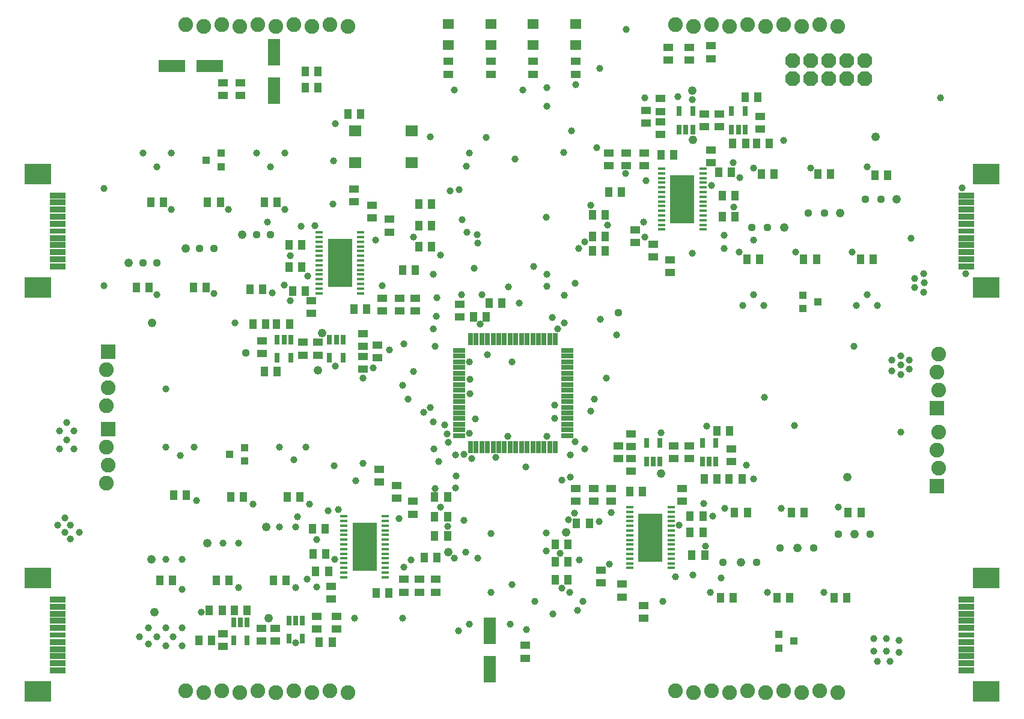
<source format=gts>
G75*
G70*
%OFA0B0*%
%FSLAX24Y24*%
%IPPOS*%
%LPD*%
%AMOC8*
5,1,8,0,0,1.08239X$1,22.5*
%
%ADD10C,0.0820*%
%ADD11R,0.0552X0.0395*%
%ADD12R,0.0395X0.0178*%
%ADD13R,0.1340X0.2678*%
%ADD14R,0.0395X0.0552*%
%ADD15R,0.0660X0.0280*%
%ADD16R,0.0280X0.0660*%
%ADD17R,0.0631X0.0552*%
%ADD18R,0.0710X0.1458*%
%ADD19OC8,0.0820*%
%ADD20R,0.0297X0.0552*%
%ADD21R,0.0820X0.0820*%
%ADD22R,0.0867X0.0320*%
%ADD23R,0.0867X0.0316*%
%ADD24R,0.1497X0.1135*%
%ADD25C,0.0477*%
%ADD26R,0.0434X0.0395*%
%ADD27R,0.0690X0.0592*%
%ADD28R,0.1458X0.0710*%
%ADD29C,0.0390*%
%ADD30C,0.0440*%
D10*
X043901Y013117D03*
X044001Y014117D03*
X043901Y015117D03*
X043901Y017448D03*
X044001Y018448D03*
X043901Y019448D03*
X048282Y001600D03*
X049282Y001500D03*
X050282Y001600D03*
X051282Y001500D03*
X052282Y001600D03*
X053282Y001500D03*
X054282Y001600D03*
X055282Y001500D03*
X056282Y001600D03*
X057282Y001500D03*
X075448Y001600D03*
X076448Y001500D03*
X077448Y001600D03*
X078448Y001500D03*
X079448Y001600D03*
X080448Y001500D03*
X081448Y001600D03*
X082448Y001500D03*
X083448Y001600D03*
X084448Y001500D03*
X090064Y013967D03*
X089964Y014967D03*
X090064Y015967D03*
X090064Y018298D03*
X089964Y019298D03*
X090064Y020298D03*
X084448Y038508D03*
X083448Y038608D03*
X082448Y038508D03*
X081448Y038608D03*
X080448Y038508D03*
X079448Y038608D03*
X078448Y038508D03*
X077448Y038608D03*
X076448Y038508D03*
X075448Y038608D03*
X057282Y038508D03*
X056282Y038608D03*
X055282Y038508D03*
X054282Y038608D03*
X053282Y038508D03*
X052282Y038608D03*
X051282Y038508D03*
X050282Y038608D03*
X049282Y038508D03*
X048282Y038608D03*
D11*
X050349Y035369D03*
X051333Y035369D03*
X051333Y034660D03*
X050349Y034660D03*
X062849Y035841D03*
X062849Y036550D03*
X065211Y036550D03*
X065211Y035841D03*
X067573Y035841D03*
X067573Y036550D03*
X069936Y036550D03*
X069936Y035841D03*
X074611Y034483D03*
X074611Y033774D03*
X073823Y033843D03*
X073823Y033135D03*
X074611Y033204D03*
X074611Y032495D03*
X073725Y031481D03*
X072741Y031481D03*
X071757Y031481D03*
X071757Y030772D03*
X072741Y030772D03*
X073725Y030772D03*
X077416Y030920D03*
X077416Y031629D03*
X080172Y032790D03*
X080172Y033499D03*
X077908Y033646D03*
X077072Y033646D03*
X077072Y032938D03*
X077908Y032938D03*
X077416Y036707D03*
X076235Y036629D03*
X075054Y036629D03*
X075054Y037337D03*
X076235Y037337D03*
X077416Y037416D03*
X057633Y029463D03*
X057633Y028755D03*
X058617Y028578D03*
X058617Y027869D03*
X059601Y027790D03*
X059601Y027081D03*
X059207Y023410D03*
X060142Y023410D03*
X061028Y023410D03*
X061028Y022702D03*
X060142Y022702D03*
X059207Y022702D03*
X058125Y021442D03*
X058125Y020733D03*
X058125Y020162D03*
X058912Y020093D03*
X058912Y020802D03*
X058125Y019454D03*
X055615Y020241D03*
X054778Y020241D03*
X054778Y020950D03*
X055615Y020950D03*
X052514Y021048D03*
X052514Y020339D03*
X055270Y022554D03*
X055270Y023263D03*
X063489Y023066D03*
X063489Y022357D03*
X073233Y026491D03*
X073233Y027200D03*
X074217Y026412D03*
X074217Y025704D03*
X075152Y025526D03*
X075152Y024818D03*
X072987Y015881D03*
X072987Y015172D03*
X072987Y014503D03*
X072298Y014483D03*
X072298Y015192D03*
X072987Y013794D03*
X071904Y012830D03*
X070920Y012830D03*
X069936Y012830D03*
X069936Y012121D03*
X070920Y012121D03*
X071904Y012121D03*
X075841Y012121D03*
X075841Y012830D03*
X078548Y014335D03*
X078548Y015044D03*
X076235Y015192D03*
X076235Y014483D03*
X075349Y014483D03*
X075349Y015192D03*
X060881Y012121D03*
X059995Y012298D03*
X059995Y013007D03*
X059010Y013184D03*
X059010Y013893D03*
X060881Y011412D03*
X061274Y007790D03*
X060388Y007790D03*
X060388Y007081D03*
X061274Y007081D03*
X062160Y007081D03*
X062160Y007790D03*
X056353Y007396D03*
X056353Y006688D03*
X056648Y005743D03*
X055566Y005743D03*
X055566Y005034D03*
X056648Y005034D03*
X053243Y005074D03*
X052495Y005074D03*
X052495Y004365D03*
X053243Y004365D03*
X050349Y004050D03*
X050349Y004759D03*
X067131Y004119D03*
X067131Y003410D03*
X073676Y005625D03*
X073676Y006333D03*
X072495Y006806D03*
X072495Y007515D03*
X071314Y007593D03*
X071314Y008302D03*
D12*
X072920Y008421D03*
X072920Y008681D03*
X072920Y008941D03*
X072920Y009201D03*
X072920Y009461D03*
X072920Y009721D03*
X072920Y009981D03*
X072917Y010241D03*
X072920Y010501D03*
X072920Y010761D03*
X072920Y011021D03*
X072920Y011281D03*
X072920Y011541D03*
X072920Y011801D03*
X075220Y011801D03*
X075220Y011541D03*
X075220Y011281D03*
X075220Y011021D03*
X075220Y010761D03*
X075220Y010501D03*
X075222Y010241D03*
X075220Y009981D03*
X075220Y009721D03*
X075220Y009461D03*
X075220Y009201D03*
X075220Y008941D03*
X075220Y008681D03*
X075220Y008421D03*
X059373Y008433D03*
X059373Y008173D03*
X059373Y007913D03*
X059373Y008693D03*
X059373Y008953D03*
X059373Y009213D03*
X059375Y009473D03*
X059373Y009733D03*
X059373Y009993D03*
X059373Y010253D03*
X059373Y010513D03*
X059373Y010773D03*
X059373Y011033D03*
X059373Y011293D03*
X057073Y011293D03*
X057073Y011033D03*
X057073Y010773D03*
X057073Y010513D03*
X057073Y010253D03*
X057073Y009993D03*
X057073Y009733D03*
X057071Y009473D03*
X057073Y009213D03*
X057073Y008953D03*
X057073Y008693D03*
X057073Y008433D03*
X057073Y008173D03*
X057073Y007913D03*
X057995Y023681D03*
X057995Y023941D03*
X057995Y024201D03*
X057995Y024461D03*
X057995Y024721D03*
X057995Y024981D03*
X057998Y025241D03*
X057995Y025501D03*
X057995Y025761D03*
X057995Y026021D03*
X057995Y026281D03*
X057995Y026541D03*
X057995Y026801D03*
X057995Y027061D03*
X055695Y027061D03*
X055695Y026801D03*
X055695Y026541D03*
X055695Y026281D03*
X055695Y026021D03*
X055695Y025761D03*
X055695Y025501D03*
X055693Y025241D03*
X055695Y024981D03*
X055695Y024721D03*
X055695Y024461D03*
X055695Y024201D03*
X055695Y023941D03*
X055695Y023681D03*
X074691Y027220D03*
X074691Y027480D03*
X074691Y027740D03*
X074691Y028000D03*
X074691Y028260D03*
X074691Y028520D03*
X074691Y028780D03*
X074689Y029040D03*
X074691Y029300D03*
X074691Y029560D03*
X074691Y029820D03*
X074691Y030080D03*
X074691Y030340D03*
X074691Y030600D03*
X076991Y030600D03*
X076991Y030340D03*
X076991Y030080D03*
X076991Y029820D03*
X076991Y029560D03*
X076991Y029300D03*
X076994Y029040D03*
X076991Y028780D03*
X076991Y028520D03*
X076991Y028260D03*
X076991Y028000D03*
X076991Y027740D03*
X076991Y027480D03*
X076991Y027220D03*
D13*
X075841Y028910D03*
X056845Y025371D03*
X074070Y010111D03*
X058223Y009603D03*
D14*
X056058Y009188D03*
X055349Y009188D03*
X055507Y008223D03*
X056215Y008223D03*
X053853Y007731D03*
X053144Y007731D03*
X050703Y007731D03*
X049995Y007731D03*
X047554Y007731D03*
X046845Y007731D03*
X049601Y006078D03*
X050310Y006078D03*
X050979Y006078D03*
X051688Y006078D03*
X049719Y004404D03*
X049010Y004404D03*
X055703Y004306D03*
X056412Y004306D03*
X058853Y007042D03*
X059562Y007042D03*
X061510Y009011D03*
X062219Y009011D03*
X062101Y010192D03*
X062810Y010192D03*
X062810Y011274D03*
X062101Y011274D03*
X062101Y012357D03*
X062810Y012357D03*
X068794Y009719D03*
X069503Y009719D03*
X069503Y008774D03*
X068794Y008774D03*
X068794Y007751D03*
X069503Y007751D03*
X076373Y009129D03*
X077081Y009129D03*
X076983Y010408D03*
X076274Y010408D03*
X076274Y011294D03*
X076983Y011294D03*
X078735Y011491D03*
X079444Y011491D03*
X081885Y011491D03*
X082593Y011491D03*
X085034Y011491D03*
X085743Y011491D03*
X079148Y013361D03*
X078440Y013361D03*
X077770Y013361D03*
X077062Y013361D03*
X073636Y012672D03*
X072928Y012672D03*
X070684Y010900D03*
X069975Y010900D03*
X077948Y006767D03*
X078656Y006767D03*
X081097Y006767D03*
X081806Y006767D03*
X084247Y006767D03*
X084955Y006767D03*
X078459Y016019D03*
X077751Y016019D03*
X064975Y022367D03*
X064266Y022367D03*
X065129Y023139D03*
X065837Y023139D03*
X061038Y024975D03*
X060329Y024975D03*
X061215Y026255D03*
X061924Y026255D03*
X061924Y027436D03*
X061215Y027436D03*
X061215Y028617D03*
X061924Y028617D03*
X054739Y026353D03*
X054030Y026353D03*
X054030Y025133D03*
X054739Y025133D03*
X054936Y023814D03*
X054227Y023814D03*
X052573Y023893D03*
X051865Y023893D03*
X049424Y023991D03*
X048715Y023991D03*
X046274Y023991D03*
X045566Y023991D03*
X052012Y021973D03*
X052721Y021973D03*
X053341Y021973D03*
X054050Y021973D03*
X057623Y022810D03*
X058331Y022810D03*
X053361Y019316D03*
X052652Y019316D03*
X048341Y012456D03*
X047633Y012456D03*
X050782Y012357D03*
X051491Y012357D03*
X053932Y012357D03*
X054640Y012357D03*
X055310Y010585D03*
X056018Y010585D03*
X079424Y025566D03*
X080133Y025566D03*
X082573Y025566D03*
X083282Y025566D03*
X085723Y025566D03*
X086432Y025566D03*
X078755Y027928D03*
X078046Y027928D03*
X078046Y029109D03*
X078755Y029109D03*
X078558Y030389D03*
X077849Y030389D03*
X080211Y030290D03*
X080920Y030290D03*
X083361Y030290D03*
X084070Y030290D03*
X086510Y030241D03*
X087219Y030241D03*
X080674Y032013D03*
X079965Y032013D03*
X079345Y032013D03*
X078636Y032013D03*
X075359Y031373D03*
X074650Y031373D03*
X072455Y029306D03*
X071747Y029306D03*
X071570Y028026D03*
X070861Y028026D03*
X070861Y026845D03*
X071570Y026845D03*
X071570Y026038D03*
X070861Y026038D03*
X053361Y028715D03*
X052652Y028715D03*
X050211Y028715D03*
X049503Y028715D03*
X047062Y028715D03*
X046353Y028715D03*
X057278Y033637D03*
X057987Y033637D03*
X055625Y035113D03*
X054916Y035113D03*
X054916Y035999D03*
X055625Y035999D03*
X079325Y034572D03*
X080034Y034572D03*
D15*
X069442Y020495D03*
X069442Y020185D03*
X069442Y019865D03*
X069442Y019555D03*
X069442Y019235D03*
X069442Y018925D03*
X069442Y018605D03*
X069442Y018295D03*
X069442Y017975D03*
X069442Y017665D03*
X069442Y017345D03*
X069442Y017035D03*
X069442Y016715D03*
X069442Y016405D03*
X069442Y016085D03*
X069442Y015775D03*
X063442Y015775D03*
X063442Y016085D03*
X063442Y016405D03*
X063442Y016715D03*
X063442Y017035D03*
X063442Y017345D03*
X063442Y017665D03*
X063442Y017975D03*
X063442Y018295D03*
X063442Y018605D03*
X063442Y018925D03*
X063442Y019235D03*
X063442Y019555D03*
X063442Y019865D03*
X063442Y020185D03*
X063442Y020495D03*
D16*
X064082Y021135D03*
X064392Y021135D03*
X064712Y021135D03*
X065022Y021135D03*
X065342Y021135D03*
X065652Y021135D03*
X065972Y021135D03*
X066282Y021135D03*
X066602Y021135D03*
X066912Y021135D03*
X067232Y021135D03*
X067542Y021135D03*
X067862Y021135D03*
X068172Y021135D03*
X068492Y021135D03*
X068802Y021135D03*
X068802Y015135D03*
X068492Y015135D03*
X068172Y015135D03*
X067862Y015135D03*
X067542Y015135D03*
X067232Y015135D03*
X066912Y015135D03*
X066602Y015135D03*
X066282Y015135D03*
X065972Y015135D03*
X065652Y015135D03*
X065342Y015135D03*
X065022Y015135D03*
X064712Y015135D03*
X064392Y015135D03*
X064082Y015135D03*
D17*
X065211Y037456D03*
X067573Y037456D03*
X067573Y038637D03*
X065211Y038637D03*
X062849Y038637D03*
X062849Y037456D03*
X069936Y037456D03*
X069936Y038637D03*
D18*
X053203Y037062D03*
X053203Y034936D03*
X065162Y004926D03*
X065162Y002800D03*
D19*
X081961Y035597D03*
X082961Y035597D03*
X083961Y035597D03*
X084961Y035597D03*
X085961Y035597D03*
X085961Y036597D03*
X084961Y036597D03*
X083961Y036597D03*
X082961Y036597D03*
X081961Y036597D03*
D20*
X079316Y033804D03*
X078568Y033804D03*
X076412Y033804D03*
X075664Y033804D03*
X075664Y032780D03*
X076038Y032780D03*
X076412Y032780D03*
X078568Y032780D03*
X078942Y032780D03*
X079316Y032780D03*
X057022Y021107D03*
X056648Y021107D03*
X056274Y021107D03*
X056274Y020083D03*
X057022Y020083D03*
X054119Y020083D03*
X053371Y020083D03*
X053371Y021107D03*
X053745Y021107D03*
X054119Y021107D03*
X073843Y015349D03*
X074591Y015349D03*
X074591Y014326D03*
X074217Y014326D03*
X073843Y014326D03*
X076944Y014326D03*
X077318Y014326D03*
X077692Y014326D03*
X077692Y015349D03*
X076944Y015349D03*
X054759Y005507D03*
X054385Y005507D03*
X054010Y005507D03*
X054010Y004483D03*
X054759Y004483D03*
X051707Y004385D03*
X050959Y004385D03*
X050959Y005408D03*
X051333Y005408D03*
X051707Y005408D03*
D21*
X044001Y016117D03*
X044001Y020448D03*
X089964Y017298D03*
X089964Y012967D03*
D22*
X091589Y006668D03*
X091589Y006274D03*
X091589Y005881D03*
X091589Y005487D03*
X091589Y005093D03*
X091589Y004306D03*
X091589Y003912D03*
X091589Y003519D03*
X091589Y003125D03*
X091589Y002731D03*
X041196Y002731D03*
X041196Y003125D03*
X041196Y003519D03*
X041196Y003912D03*
X041196Y004306D03*
X041196Y005093D03*
X041196Y005487D03*
X041196Y005881D03*
X041196Y006274D03*
X041196Y006668D03*
X041196Y025172D03*
X041196Y025566D03*
X041196Y025959D03*
X041196Y026353D03*
X041196Y026747D03*
X041196Y027534D03*
X041196Y027928D03*
X041196Y028322D03*
X041196Y028715D03*
X041196Y029109D03*
X091589Y029109D03*
X091589Y028715D03*
X091589Y028322D03*
X091589Y027928D03*
X091589Y027534D03*
X091589Y026747D03*
X091589Y026353D03*
X091589Y025959D03*
X091589Y025566D03*
X091589Y025172D03*
D23*
X091589Y027141D03*
X041196Y027141D03*
X041196Y004700D03*
X091589Y004700D03*
D24*
X040093Y001550D03*
X040093Y007849D03*
X040093Y023991D03*
X040093Y030290D03*
X092692Y030290D03*
X092692Y023991D03*
X092692Y007849D03*
X092692Y001550D03*
D25*
X079089Y008735D03*
X082239Y009522D03*
X085388Y010310D03*
X084995Y013459D03*
X074660Y013656D03*
X069394Y010408D03*
X062849Y009306D03*
X052751Y010704D03*
X049483Y009798D03*
X046392Y008893D03*
X046560Y005979D03*
X052888Y005625D03*
X055615Y019414D03*
X055861Y021481D03*
X046412Y022022D03*
X045133Y025369D03*
X048282Y026156D03*
X051432Y026944D03*
X076432Y032209D03*
X076383Y034916D03*
X086570Y032357D03*
X087733Y028912D03*
X084583Y028125D03*
X081483Y027337D03*
D26*
X082534Y023578D03*
X082534Y022830D03*
X083361Y023204D03*
X051550Y015113D03*
X050723Y014739D03*
X051550Y014365D03*
X081205Y004729D03*
X082032Y004355D03*
X081205Y003981D03*
X050251Y030704D03*
X049424Y031078D03*
X050251Y031452D03*
D27*
X057692Y030930D03*
X060822Y030930D03*
X060822Y032702D03*
X057692Y032702D03*
D28*
X049640Y036294D03*
X047514Y036294D03*
D29*
X056591Y033083D03*
X053794Y031471D03*
X052219Y031471D03*
X053007Y030684D03*
X056491Y031038D03*
X061865Y032357D03*
X064030Y031471D03*
X063853Y030743D03*
X063459Y029444D03*
X062948Y029365D03*
X063617Y027770D03*
X063892Y027062D03*
X064463Y026924D03*
X064503Y026452D03*
X062416Y025802D03*
X060930Y026796D03*
X058814Y026648D03*
X055467Y027436D03*
X054680Y027387D03*
X053794Y028322D03*
X052810Y027633D03*
X050644Y028322D03*
X047495Y028322D03*
X043755Y029503D03*
X046707Y030684D03*
X045920Y031471D03*
X047495Y031471D03*
X056451Y028617D03*
X054089Y025763D03*
X055073Y024631D03*
X053745Y024139D03*
X053105Y023696D03*
X054089Y023253D03*
X051038Y022022D03*
X046707Y023597D03*
X043755Y024089D03*
X049857Y023656D03*
X056589Y019641D03*
X058125Y018971D03*
X058676Y019522D03*
X060329Y018558D03*
X060625Y017810D03*
X061865Y017318D03*
X061491Y017081D03*
X062022Y016530D03*
X062672Y016373D03*
X062790Y015881D03*
X062849Y015389D03*
X062042Y015034D03*
X062318Y014345D03*
X063262Y014700D03*
X063715Y014739D03*
X064148Y014483D03*
X065487Y014562D03*
X067160Y014030D03*
X069168Y013282D03*
X069640Y013459D03*
X069621Y014700D03*
X070428Y015034D03*
X069877Y015428D03*
X068322Y015723D03*
X068774Y016727D03*
X068774Y017475D03*
X070762Y017141D03*
X070959Y017810D03*
X071629Y018952D03*
X066392Y019857D03*
X065014Y020251D03*
X064030Y019877D03*
X064050Y018893D03*
X064050Y018105D03*
X064345Y016707D03*
X064030Y015900D03*
X066156Y015723D03*
X063302Y013538D03*
X063262Y012869D03*
X062140Y012830D03*
X062436Y011806D03*
X063715Y011058D03*
X062810Y010743D03*
X060133Y011176D03*
X058223Y010408D03*
X058223Y009621D03*
X058223Y008833D03*
X056550Y008912D03*
X055546Y009995D03*
X054385Y010684D03*
X053499Y010684D03*
X054503Y011274D03*
X055172Y011963D03*
X056196Y011609D03*
X056766Y011668D03*
X057731Y013263D03*
X058125Y014247D03*
X056510Y014089D03*
X054975Y015133D03*
X054286Y014444D03*
X053499Y015133D03*
X048774Y015133D03*
X047987Y014660D03*
X047199Y015133D03*
X042081Y015034D03*
X041688Y015526D03*
X041294Y015034D03*
X041294Y016019D03*
X041688Y016511D03*
X042081Y016019D03*
X047199Y018381D03*
X059601Y020526D03*
X060408Y020861D03*
X062140Y020723D03*
X062022Y021707D03*
X062199Y022396D03*
X064640Y021963D03*
X066806Y023125D03*
X068636Y022337D03*
X068932Y021707D03*
X069306Y022042D03*
X071294Y022219D03*
X072199Y021353D03*
X069306Y023578D03*
X069896Y024247D03*
X068341Y024050D03*
X068341Y024719D03*
X067593Y025172D03*
X066196Y024030D03*
X064739Y023597D03*
X063597Y023597D03*
X062219Y023420D03*
X062022Y024719D03*
X059207Y024089D03*
X064286Y025074D03*
X070093Y026156D03*
X070428Y026530D03*
X071707Y027475D03*
X073676Y027633D03*
X073755Y026786D03*
X076383Y025910D03*
X078164Y026156D03*
X078991Y025959D03*
X079778Y026648D03*
X078154Y026894D03*
X078696Y028469D03*
X077465Y029650D03*
X079040Y030093D03*
X079778Y030644D03*
X078646Y030930D03*
X081471Y032180D03*
X082948Y030644D03*
X086077Y030684D03*
X091373Y029522D03*
X088518Y026727D03*
X085270Y025959D03*
X082140Y025959D03*
X079778Y023597D03*
X079188Y023007D03*
X080369Y023007D03*
X085487Y023007D03*
X086077Y023597D03*
X086668Y023007D03*
X088735Y023991D03*
X089227Y023745D03*
X089247Y024267D03*
X089227Y024778D03*
X088735Y024483D03*
X091550Y024759D03*
X085349Y020743D03*
X087455Y019956D03*
X087948Y020202D03*
X087948Y019709D03*
X088440Y019463D03*
X088440Y019956D03*
X087455Y019365D03*
X087948Y019168D03*
X082062Y016333D03*
X080408Y017889D03*
X077180Y016314D03*
X074660Y015920D03*
X079385Y014148D03*
X079778Y013361D03*
X081333Y011736D03*
X078184Y011736D03*
X077514Y011294D03*
X077022Y011983D03*
X075644Y010802D03*
X077121Y009621D03*
X076432Y008046D03*
X075448Y007948D03*
X077396Y007062D03*
X078007Y007849D03*
X080546Y007062D03*
X083696Y007062D03*
X086471Y004503D03*
X087160Y004503D03*
X087849Y004404D03*
X087849Y003715D03*
X087357Y003223D03*
X087160Y003814D03*
X086471Y003814D03*
X086668Y003223D03*
X074759Y006570D03*
X070329Y006570D03*
X070014Y006078D03*
X069601Y007062D03*
X069148Y007298D03*
X067672Y006570D03*
X068656Y005861D03*
X067180Y004995D03*
X066294Y005290D03*
X064030Y005290D03*
X063440Y004946D03*
X060329Y005625D03*
X057652Y005625D03*
X055546Y007377D03*
X055034Y007810D03*
X054385Y007337D03*
X051235Y007337D03*
X049168Y005979D03*
X048085Y005093D03*
X047593Y004601D03*
X047199Y004109D03*
X046707Y004601D03*
X046215Y004207D03*
X045723Y004601D03*
X046215Y005093D03*
X047199Y005093D03*
X048085Y004109D03*
X054385Y004267D03*
X048085Y007239D03*
X048085Y008912D03*
X047199Y008912D03*
X050349Y009798D03*
X051235Y009798D03*
X052022Y011963D03*
X048892Y012160D03*
X042377Y010408D03*
X041885Y010015D03*
X041589Y010408D03*
X041885Y010802D03*
X041589Y011196D03*
X041196Y010802D03*
X060388Y008459D03*
X060782Y008873D03*
X063184Y008952D03*
X063814Y009306D03*
X064483Y008971D03*
X065211Y010330D03*
X068302Y010349D03*
X068302Y009365D03*
X069070Y009227D03*
X070113Y008853D03*
X071806Y008637D03*
X066392Y007505D03*
X065211Y007062D03*
X069522Y011097D03*
X069857Y011471D03*
X071215Y010999D03*
X071904Y011491D03*
X084483Y011786D03*
X087967Y015969D03*
X060920Y019345D03*
X068302Y027889D03*
X070762Y028558D03*
X073823Y029946D03*
X072692Y030330D03*
X069247Y031491D03*
X071097Y031767D03*
X069699Y032692D03*
X068322Y034070D03*
X068322Y035093D03*
X067003Y034956D03*
X069936Y035270D03*
X071274Y036176D03*
X073774Y034522D03*
X075585Y034601D03*
X076383Y034424D03*
X072711Y038341D03*
X063184Y034956D03*
X064955Y032318D03*
X066570Y031117D03*
X090172Y034542D03*
D30*
X086865Y028912D03*
X085979Y028912D03*
X083715Y028125D03*
X082829Y028125D03*
X080566Y027337D03*
X079680Y027337D03*
X075841Y028125D03*
X075841Y028912D03*
X075841Y029700D03*
X072298Y022613D03*
X056845Y024483D03*
X056845Y025369D03*
X056845Y026255D03*
X053007Y026944D03*
X052219Y026944D03*
X049857Y026156D03*
X049070Y026156D03*
X046707Y025369D03*
X045920Y025369D03*
X051629Y020369D03*
X074070Y010999D03*
X074070Y010113D03*
X074070Y009227D03*
X078105Y008735D03*
X079975Y008735D03*
X081255Y009522D03*
X083125Y009522D03*
X084503Y010310D03*
X086274Y010310D03*
M02*

</source>
